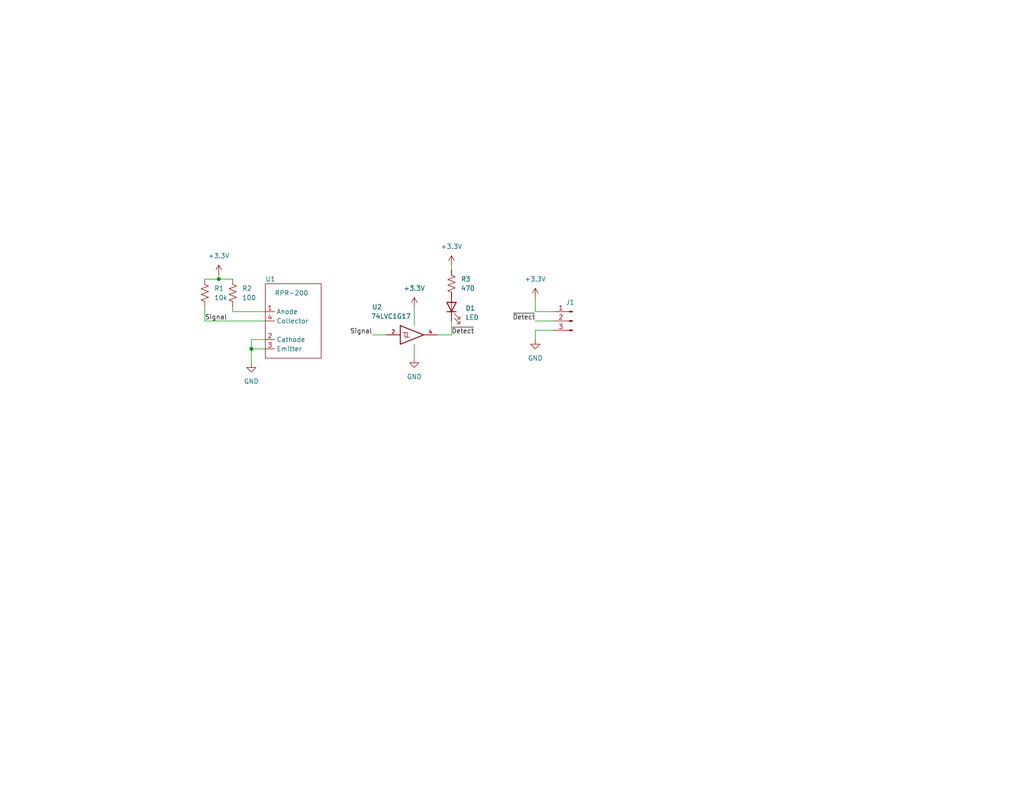
<source format=kicad_sch>
(kicad_sch (version 20211123) (generator eeschema)

  (uuid 4302b2ff-f9b1-48cb-a38f-0c9911eaa1dd)

  (paper "A")

  (lib_symbols
    (symbol "74xGxx:74LVC1G17" (pin_names (offset 1.016)) (in_bom yes) (on_board yes)
      (property "Reference" "U" (id 0) (at -2.54 3.81 0)
        (effects (font (size 1.27 1.27)))
      )
      (property "Value" "74LVC1G17" (id 1) (at 0 -3.81 0)
        (effects (font (size 1.27 1.27)))
      )
      (property "Footprint" "" (id 2) (at 0 0 0)
        (effects (font (size 1.27 1.27)) hide)
      )
      (property "Datasheet" "http://www.ti.com/lit/sg/scyt129e/scyt129e.pdf" (id 3) (at 0 0 0)
        (effects (font (size 1.27 1.27)) hide)
      )
      (property "ki_keywords" "Single Gate Buff Schmitt LVC CMOS" (id 4) (at 0 0 0)
        (effects (font (size 1.27 1.27)) hide)
      )
      (property "ki_description" "Single Schmitt Buffer Gate, Low-Voltage CMOS" (id 5) (at 0 0 0)
        (effects (font (size 1.27 1.27)) hide)
      )
      (property "ki_fp_filters" "SOT* SG-*" (id 6) (at 0 0 0)
        (effects (font (size 1.27 1.27)) hide)
      )
      (symbol "74LVC1G17_0_1"
        (polyline
          (pts
            (xy -2.54 0.635)
            (xy -1.905 0.635)
            (xy -1.905 -0.635)
          )
          (stroke (width 0) (type default) (color 0 0 0 0))
          (fill (type none))
        )
        (polyline
          (pts
            (xy -3.81 2.54)
            (xy -3.81 -2.54)
            (xy 2.54 0)
            (xy -3.81 2.54)
          )
          (stroke (width 0.254) (type default) (color 0 0 0 0))
          (fill (type none))
        )
        (polyline
          (pts
            (xy -3.175 0.635)
            (xy -2.54 0.635)
            (xy -2.54 -0.635)
            (xy -1.27 -0.635)
          )
          (stroke (width 0) (type default) (color 0 0 0 0))
          (fill (type none))
        )
      )
      (symbol "74LVC1G17_1_1"
        (pin input line (at -7.62 0 0) (length 3.81)
          (name "~" (effects (font (size 1.016 1.016))))
          (number "2" (effects (font (size 1.016 1.016))))
        )
        (pin power_in line (at 0 -2.54 270) (length 0) hide
          (name "GND" (effects (font (size 1.016 1.016))))
          (number "3" (effects (font (size 1.016 1.016))))
        )
        (pin output line (at 6.35 0 180) (length 3.81)
          (name "~" (effects (font (size 1.016 1.016))))
          (number "4" (effects (font (size 1.016 1.016))))
        )
        (pin power_in line (at 0 2.54 90) (length 0) hide
          (name "VCC" (effects (font (size 1.016 1.016))))
          (number "5" (effects (font (size 1.016 1.016))))
        )
      )
    )
    (symbol "Connector:Conn_01x03_Male" (pin_names (offset 1.016) hide) (in_bom yes) (on_board yes)
      (property "Reference" "J" (id 0) (at 0 5.08 0)
        (effects (font (size 1.27 1.27)))
      )
      (property "Value" "Conn_01x03_Male" (id 1) (at 0 -5.08 0)
        (effects (font (size 1.27 1.27)))
      )
      (property "Footprint" "" (id 2) (at 0 0 0)
        (effects (font (size 1.27 1.27)) hide)
      )
      (property "Datasheet" "~" (id 3) (at 0 0 0)
        (effects (font (size 1.27 1.27)) hide)
      )
      (property "ki_keywords" "connector" (id 4) (at 0 0 0)
        (effects (font (size 1.27 1.27)) hide)
      )
      (property "ki_description" "Generic connector, single row, 01x03, script generated (kicad-library-utils/schlib/autogen/connector/)" (id 5) (at 0 0 0)
        (effects (font (size 1.27 1.27)) hide)
      )
      (property "ki_fp_filters" "Connector*:*_1x??_*" (id 6) (at 0 0 0)
        (effects (font (size 1.27 1.27)) hide)
      )
      (symbol "Conn_01x03_Male_1_1"
        (polyline
          (pts
            (xy 1.27 -2.54)
            (xy 0.8636 -2.54)
          )
          (stroke (width 0.1524) (type default) (color 0 0 0 0))
          (fill (type none))
        )
        (polyline
          (pts
            (xy 1.27 0)
            (xy 0.8636 0)
          )
          (stroke (width 0.1524) (type default) (color 0 0 0 0))
          (fill (type none))
        )
        (polyline
          (pts
            (xy 1.27 2.54)
            (xy 0.8636 2.54)
          )
          (stroke (width 0.1524) (type default) (color 0 0 0 0))
          (fill (type none))
        )
        (rectangle (start 0.8636 -2.413) (end 0 -2.667)
          (stroke (width 0.1524) (type default) (color 0 0 0 0))
          (fill (type outline))
        )
        (rectangle (start 0.8636 0.127) (end 0 -0.127)
          (stroke (width 0.1524) (type default) (color 0 0 0 0))
          (fill (type outline))
        )
        (rectangle (start 0.8636 2.667) (end 0 2.413)
          (stroke (width 0.1524) (type default) (color 0 0 0 0))
          (fill (type outline))
        )
        (pin passive line (at 5.08 2.54 180) (length 3.81)
          (name "Pin_1" (effects (font (size 1.27 1.27))))
          (number "1" (effects (font (size 1.27 1.27))))
        )
        (pin passive line (at 5.08 0 180) (length 3.81)
          (name "Pin_2" (effects (font (size 1.27 1.27))))
          (number "2" (effects (font (size 1.27 1.27))))
        )
        (pin passive line (at 5.08 -2.54 180) (length 3.81)
          (name "Pin_3" (effects (font (size 1.27 1.27))))
          (number "3" (effects (font (size 1.27 1.27))))
        )
      )
    )
    (symbol "Custom:RPR-200" (in_bom yes) (on_board yes)
      (property "Reference" "U" (id 0) (at 1.27 1.27 0)
        (effects (font (size 1.27 1.27)))
      )
      (property "Value" "RPR-200" (id 1) (at 7.62 -2.54 0)
        (effects (font (size 1.27 1.27)))
      )
      (property "Footprint" "Custom:RPR-200" (id 2) (at 10.16 1.27 0)
        (effects (font (size 1.27 1.27)) hide)
      )
      (property "Datasheet" "https://fscdn.rohm.com/en/products/databook/datasheet/opto/optical_sensor/photosensor/rpr-220.pdf" (id 3) (at 1.27 3.81 0)
        (effects (font (size 1.27 1.27)) hide)
      )
      (property "ki_keywords" "photoreflector, IR detector, touch, sensor" (id 4) (at 0 0 0)
        (effects (font (size 1.27 1.27)) hide)
      )
      (symbol "RPR-200_0_1"
        (rectangle (start 0 0) (end 15.24 -20.32)
          (stroke (width 0) (type default) (color 0 0 0 0))
          (fill (type none))
        )
      )
      (symbol "RPR-200_1_1"
        (pin power_in line (at 0 -7.62 0) (length 2.54)
          (name "Anode" (effects (font (size 1.27 1.27))))
          (number "1" (effects (font (size 1.27 1.27))))
        )
        (pin power_out line (at 0 -15.24 0) (length 2.54)
          (name "Cathode" (effects (font (size 1.27 1.27))))
          (number "2" (effects (font (size 1.27 1.27))))
        )
        (pin open_emitter line (at 0 -17.78 0) (length 2.54)
          (name "Emitter" (effects (font (size 1.27 1.27))))
          (number "3" (effects (font (size 1.27 1.27))))
        )
        (pin open_collector line (at 0 -10.16 0) (length 2.54)
          (name "Collector" (effects (font (size 1.27 1.27))))
          (number "4" (effects (font (size 1.27 1.27))))
        )
      )
    )
    (symbol "Device:LED" (pin_numbers hide) (pin_names (offset 1.016) hide) (in_bom yes) (on_board yes)
      (property "Reference" "D" (id 0) (at 0 2.54 0)
        (effects (font (size 1.27 1.27)))
      )
      (property "Value" "LED" (id 1) (at 0 -2.54 0)
        (effects (font (size 1.27 1.27)))
      )
      (property "Footprint" "" (id 2) (at 0 0 0)
        (effects (font (size 1.27 1.27)) hide)
      )
      (property "Datasheet" "~" (id 3) (at 0 0 0)
        (effects (font (size 1.27 1.27)) hide)
      )
      (property "ki_keywords" "LED diode" (id 4) (at 0 0 0)
        (effects (font (size 1.27 1.27)) hide)
      )
      (property "ki_description" "Light emitting diode" (id 5) (at 0 0 0)
        (effects (font (size 1.27 1.27)) hide)
      )
      (property "ki_fp_filters" "LED* LED_SMD:* LED_THT:*" (id 6) (at 0 0 0)
        (effects (font (size 1.27 1.27)) hide)
      )
      (symbol "LED_0_1"
        (polyline
          (pts
            (xy -1.27 -1.27)
            (xy -1.27 1.27)
          )
          (stroke (width 0.254) (type default) (color 0 0 0 0))
          (fill (type none))
        )
        (polyline
          (pts
            (xy -1.27 0)
            (xy 1.27 0)
          )
          (stroke (width 0) (type default) (color 0 0 0 0))
          (fill (type none))
        )
        (polyline
          (pts
            (xy 1.27 -1.27)
            (xy 1.27 1.27)
            (xy -1.27 0)
            (xy 1.27 -1.27)
          )
          (stroke (width 0.254) (type default) (color 0 0 0 0))
          (fill (type none))
        )
        (polyline
          (pts
            (xy -3.048 -0.762)
            (xy -4.572 -2.286)
            (xy -3.81 -2.286)
            (xy -4.572 -2.286)
            (xy -4.572 -1.524)
          )
          (stroke (width 0) (type default) (color 0 0 0 0))
          (fill (type none))
        )
        (polyline
          (pts
            (xy -1.778 -0.762)
            (xy -3.302 -2.286)
            (xy -2.54 -2.286)
            (xy -3.302 -2.286)
            (xy -3.302 -1.524)
          )
          (stroke (width 0) (type default) (color 0 0 0 0))
          (fill (type none))
        )
      )
      (symbol "LED_1_1"
        (pin passive line (at -3.81 0 0) (length 2.54)
          (name "K" (effects (font (size 1.27 1.27))))
          (number "1" (effects (font (size 1.27 1.27))))
        )
        (pin passive line (at 3.81 0 180) (length 2.54)
          (name "A" (effects (font (size 1.27 1.27))))
          (number "2" (effects (font (size 1.27 1.27))))
        )
      )
    )
    (symbol "Device:R_US" (pin_numbers hide) (pin_names (offset 0)) (in_bom yes) (on_board yes)
      (property "Reference" "R" (id 0) (at 2.54 0 90)
        (effects (font (size 1.27 1.27)))
      )
      (property "Value" "R_US" (id 1) (at -2.54 0 90)
        (effects (font (size 1.27 1.27)))
      )
      (property "Footprint" "" (id 2) (at 1.016 -0.254 90)
        (effects (font (size 1.27 1.27)) hide)
      )
      (property "Datasheet" "~" (id 3) (at 0 0 0)
        (effects (font (size 1.27 1.27)) hide)
      )
      (property "ki_keywords" "R res resistor" (id 4) (at 0 0 0)
        (effects (font (size 1.27 1.27)) hide)
      )
      (property "ki_description" "Resistor, US symbol" (id 5) (at 0 0 0)
        (effects (font (size 1.27 1.27)) hide)
      )
      (property "ki_fp_filters" "R_*" (id 6) (at 0 0 0)
        (effects (font (size 1.27 1.27)) hide)
      )
      (symbol "R_US_0_1"
        (polyline
          (pts
            (xy 0 -2.286)
            (xy 0 -2.54)
          )
          (stroke (width 0) (type default) (color 0 0 0 0))
          (fill (type none))
        )
        (polyline
          (pts
            (xy 0 2.286)
            (xy 0 2.54)
          )
          (stroke (width 0) (type default) (color 0 0 0 0))
          (fill (type none))
        )
        (polyline
          (pts
            (xy 0 -0.762)
            (xy 1.016 -1.143)
            (xy 0 -1.524)
            (xy -1.016 -1.905)
            (xy 0 -2.286)
          )
          (stroke (width 0) (type default) (color 0 0 0 0))
          (fill (type none))
        )
        (polyline
          (pts
            (xy 0 0.762)
            (xy 1.016 0.381)
            (xy 0 0)
            (xy -1.016 -0.381)
            (xy 0 -0.762)
          )
          (stroke (width 0) (type default) (color 0 0 0 0))
          (fill (type none))
        )
        (polyline
          (pts
            (xy 0 2.286)
            (xy 1.016 1.905)
            (xy 0 1.524)
            (xy -1.016 1.143)
            (xy 0 0.762)
          )
          (stroke (width 0) (type default) (color 0 0 0 0))
          (fill (type none))
        )
      )
      (symbol "R_US_1_1"
        (pin passive line (at 0 3.81 270) (length 1.27)
          (name "~" (effects (font (size 1.27 1.27))))
          (number "1" (effects (font (size 1.27 1.27))))
        )
        (pin passive line (at 0 -3.81 90) (length 1.27)
          (name "~" (effects (font (size 1.27 1.27))))
          (number "2" (effects (font (size 1.27 1.27))))
        )
      )
    )
    (symbol "power:+3.3V" (power) (pin_names (offset 0)) (in_bom yes) (on_board yes)
      (property "Reference" "#PWR" (id 0) (at 0 -3.81 0)
        (effects (font (size 1.27 1.27)) hide)
      )
      (property "Value" "+3.3V" (id 1) (at 0 3.556 0)
        (effects (font (size 1.27 1.27)))
      )
      (property "Footprint" "" (id 2) (at 0 0 0)
        (effects (font (size 1.27 1.27)) hide)
      )
      (property "Datasheet" "" (id 3) (at 0 0 0)
        (effects (font (size 1.27 1.27)) hide)
      )
      (property "ki_keywords" "power-flag" (id 4) (at 0 0 0)
        (effects (font (size 1.27 1.27)) hide)
      )
      (property "ki_description" "Power symbol creates a global label with name \"+3.3V\"" (id 5) (at 0 0 0)
        (effects (font (size 1.27 1.27)) hide)
      )
      (symbol "+3.3V_0_1"
        (polyline
          (pts
            (xy -0.762 1.27)
            (xy 0 2.54)
          )
          (stroke (width 0) (type default) (color 0 0 0 0))
          (fill (type none))
        )
        (polyline
          (pts
            (xy 0 0)
            (xy 0 2.54)
          )
          (stroke (width 0) (type default) (color 0 0 0 0))
          (fill (type none))
        )
        (polyline
          (pts
            (xy 0 2.54)
            (xy 0.762 1.27)
          )
          (stroke (width 0) (type default) (color 0 0 0 0))
          (fill (type none))
        )
      )
      (symbol "+3.3V_1_1"
        (pin power_in line (at 0 0 90) (length 0) hide
          (name "+3.3V" (effects (font (size 1.27 1.27))))
          (number "1" (effects (font (size 1.27 1.27))))
        )
      )
    )
    (symbol "power:GND" (power) (pin_names (offset 0)) (in_bom yes) (on_board yes)
      (property "Reference" "#PWR" (id 0) (at 0 -6.35 0)
        (effects (font (size 1.27 1.27)) hide)
      )
      (property "Value" "GND" (id 1) (at 0 -3.81 0)
        (effects (font (size 1.27 1.27)))
      )
      (property "Footprint" "" (id 2) (at 0 0 0)
        (effects (font (size 1.27 1.27)) hide)
      )
      (property "Datasheet" "" (id 3) (at 0 0 0)
        (effects (font (size 1.27 1.27)) hide)
      )
      (property "ki_keywords" "power-flag" (id 4) (at 0 0 0)
        (effects (font (size 1.27 1.27)) hide)
      )
      (property "ki_description" "Power symbol creates a global label with name \"GND\" , ground" (id 5) (at 0 0 0)
        (effects (font (size 1.27 1.27)) hide)
      )
      (symbol "GND_0_1"
        (polyline
          (pts
            (xy 0 0)
            (xy 0 -1.27)
            (xy 1.27 -1.27)
            (xy 0 -2.54)
            (xy -1.27 -1.27)
            (xy 0 -1.27)
          )
          (stroke (width 0) (type default) (color 0 0 0 0))
          (fill (type none))
        )
      )
      (symbol "GND_1_1"
        (pin power_in line (at 0 0 270) (length 0) hide
          (name "GND" (effects (font (size 1.27 1.27))))
          (number "1" (effects (font (size 1.27 1.27))))
        )
      )
    )
  )

  (junction (at 68.58 95.25) (diameter 0) (color 0 0 0 0)
    (uuid 0619f3e1-42a3-4c8b-ba1f-bdd8ebad66e6)
  )
  (junction (at 59.69 76.2) (diameter 0) (color 0 0 0 0)
    (uuid b073b466-7e27-4b5d-98ad-077b441a35bb)
  )

  (wire (pts (xy 146.05 81.28) (xy 146.05 85.09))
    (stroke (width 0) (type default) (color 0 0 0 0))
    (uuid 0791af48-6de4-4f62-9eb8-ea2a3d36b2be)
  )
  (wire (pts (xy 123.19 91.44) (xy 123.19 87.63))
    (stroke (width 0) (type default) (color 0 0 0 0))
    (uuid 091945d6-1368-479d-8355-f5a82e867f2b)
  )
  (wire (pts (xy 68.58 95.25) (xy 68.58 99.06))
    (stroke (width 0) (type default) (color 0 0 0 0))
    (uuid 0c78f3f9-3ecd-4fb6-b8a2-0bd81aa56082)
  )
  (wire (pts (xy 151.13 90.17) (xy 146.05 90.17))
    (stroke (width 0) (type default) (color 0 0 0 0))
    (uuid 18b3be9d-89bb-469a-aa9e-e686d9e73eb3)
  )
  (wire (pts (xy 72.39 87.63) (xy 55.88 87.63))
    (stroke (width 0) (type default) (color 0 0 0 0))
    (uuid 1ca67836-b023-4190-b976-6b5b775b8eb3)
  )
  (wire (pts (xy 101.6 91.44) (xy 105.41 91.44))
    (stroke (width 0) (type default) (color 0 0 0 0))
    (uuid 1f808b30-b006-4749-b384-9ca9b96355b8)
  )
  (wire (pts (xy 63.5 85.09) (xy 63.5 83.82))
    (stroke (width 0) (type default) (color 0 0 0 0))
    (uuid 208a2b8f-9867-4731-8c0e-eee5650e1ca2)
  )
  (wire (pts (xy 68.58 92.71) (xy 68.58 95.25))
    (stroke (width 0) (type default) (color 0 0 0 0))
    (uuid 297bdb1c-02a2-4534-ab29-fda7403e9aa4)
  )
  (wire (pts (xy 63.5 76.2) (xy 59.69 76.2))
    (stroke (width 0) (type default) (color 0 0 0 0))
    (uuid 4bd2d29e-00ef-470b-9f4f-ab6735c8040b)
  )
  (wire (pts (xy 113.03 93.98) (xy 113.03 97.79))
    (stroke (width 0) (type default) (color 0 0 0 0))
    (uuid 559a1160-d26a-4a67-8b70-cc1634c683a1)
  )
  (wire (pts (xy 55.88 76.2) (xy 59.69 76.2))
    (stroke (width 0) (type default) (color 0 0 0 0))
    (uuid 5e138a53-1908-436b-a4cf-54ff4d7d30a0)
  )
  (wire (pts (xy 59.69 76.2) (xy 59.69 74.93))
    (stroke (width 0) (type default) (color 0 0 0 0))
    (uuid 5f074458-6a72-4899-8786-de59f5844b21)
  )
  (wire (pts (xy 72.39 85.09) (xy 63.5 85.09))
    (stroke (width 0) (type default) (color 0 0 0 0))
    (uuid 60b20695-bc10-4d66-aacd-528881e607a9)
  )
  (wire (pts (xy 123.19 80.01) (xy 123.19 81.28))
    (stroke (width 0) (type default) (color 0 0 0 0))
    (uuid 60f11bd6-bb64-4b56-91ad-daee56f7a0e3)
  )
  (wire (pts (xy 113.03 83.82) (xy 113.03 88.9))
    (stroke (width 0) (type default) (color 0 0 0 0))
    (uuid 7d98e24e-6d27-4690-9633-0d9cc23b8036)
  )
  (wire (pts (xy 146.05 85.09) (xy 151.13 85.09))
    (stroke (width 0) (type default) (color 0 0 0 0))
    (uuid 7f369c7c-df82-451e-b240-fcdb7f6f703b)
  )
  (wire (pts (xy 72.39 92.71) (xy 68.58 92.71))
    (stroke (width 0) (type default) (color 0 0 0 0))
    (uuid 862d8958-b4d9-418c-b7e6-c99773a27cf6)
  )
  (wire (pts (xy 146.05 87.63) (xy 151.13 87.63))
    (stroke (width 0) (type default) (color 0 0 0 0))
    (uuid 8852e769-0ea0-4cd2-b60a-8426f1252421)
  )
  (wire (pts (xy 123.19 72.39) (xy 123.19 73.66))
    (stroke (width 0) (type default) (color 0 0 0 0))
    (uuid bb2e0b40-481c-403e-bd2e-43b33076ed72)
  )
  (wire (pts (xy 68.58 95.25) (xy 72.39 95.25))
    (stroke (width 0) (type default) (color 0 0 0 0))
    (uuid c6c0aa6b-8a64-4b72-8f78-77397938ee51)
  )
  (wire (pts (xy 119.38 91.44) (xy 123.19 91.44))
    (stroke (width 0) (type default) (color 0 0 0 0))
    (uuid e2fc36da-5721-42db-a26a-3a079b0b4c67)
  )
  (wire (pts (xy 146.05 90.17) (xy 146.05 92.71))
    (stroke (width 0) (type default) (color 0 0 0 0))
    (uuid e63808eb-bf1d-46e3-a763-30a3c9cce78c)
  )
  (wire (pts (xy 55.88 87.63) (xy 55.88 83.82))
    (stroke (width 0) (type default) (color 0 0 0 0))
    (uuid f4ee44f8-c7b3-4f2e-b23b-a6a33b785ae1)
  )

  (label "Signal" (at 55.88 87.63 0)
    (effects (font (size 1.27 1.27)) (justify left bottom))
    (uuid 0a59d87c-133d-47f9-81a9-0e6dd18553d1)
  )
  (label "~{Detect}" (at 123.19 91.44 0)
    (effects (font (size 1.27 1.27)) (justify left bottom))
    (uuid 508795e5-c977-447a-90ae-0ca95080cd63)
  )
  (label "~{Detect}" (at 146.05 87.63 180)
    (effects (font (size 1.27 1.27)) (justify right bottom))
    (uuid 7b364540-fef9-43f4-b56d-0c28f8945009)
  )
  (label "Signal" (at 101.6 91.44 180)
    (effects (font (size 1.27 1.27)) (justify right bottom))
    (uuid e2617c45-ba8a-4280-9321-096be420bd5a)
  )

  (symbol (lib_id "power:+3.3V") (at 146.05 81.28 0) (mirror y) (unit 1)
    (in_bom yes) (on_board yes) (fields_autoplaced)
    (uuid 0416fb2e-81b9-499f-9444-61cdda3d0207)
    (property "Reference" "#PWR0101" (id 0) (at 146.05 85.09 0)
      (effects (font (size 1.27 1.27)) hide)
    )
    (property "Value" "+3.3V" (id 1) (at 146.05 76.2 0))
    (property "Footprint" "" (id 2) (at 146.05 81.28 0)
      (effects (font (size 1.27 1.27)) hide)
    )
    (property "Datasheet" "" (id 3) (at 146.05 81.28 0)
      (effects (font (size 1.27 1.27)) hide)
    )
    (pin "1" (uuid fef1648d-152e-4399-8509-54439cdc7ce5))
  )

  (symbol (lib_id "Device:R_US") (at 55.88 80.01 0) (unit 1)
    (in_bom yes) (on_board yes) (fields_autoplaced)
    (uuid 0ccb0b9e-1ac5-49a6-9ec3-16df4227ecd1)
    (property "Reference" "R1" (id 0) (at 58.42 78.7399 0)
      (effects (font (size 1.27 1.27)) (justify left))
    )
    (property "Value" "10k" (id 1) (at 58.42 81.2799 0)
      (effects (font (size 1.27 1.27)) (justify left))
    )
    (property "Footprint" "Resistor_SMD:R_0603_1608Metric_Pad0.98x0.95mm_HandSolder" (id 2) (at 56.896 80.264 90)
      (effects (font (size 1.27 1.27)) hide)
    )
    (property "Datasheet" "~" (id 3) (at 55.88 80.01 0)
      (effects (font (size 1.27 1.27)) hide)
    )
    (pin "1" (uuid 0b5305a4-7344-42db-96be-2f3f2462da85))
    (pin "2" (uuid ea7410ca-0055-451b-818d-2817afa4c76f))
  )

  (symbol (lib_id "power:GND") (at 113.03 97.79 0) (mirror y) (unit 1)
    (in_bom yes) (on_board yes) (fields_autoplaced)
    (uuid 29c18a8a-8ccf-4edf-8287-507dc47d55d5)
    (property "Reference" "#PWR0105" (id 0) (at 113.03 104.14 0)
      (effects (font (size 1.27 1.27)) hide)
    )
    (property "Value" "GND" (id 1) (at 113.03 102.87 0))
    (property "Footprint" "" (id 2) (at 113.03 97.79 0)
      (effects (font (size 1.27 1.27)) hide)
    )
    (property "Datasheet" "" (id 3) (at 113.03 97.79 0)
      (effects (font (size 1.27 1.27)) hide)
    )
    (pin "1" (uuid d63d9925-b221-457a-bda2-f85936e9a3c7))
  )

  (symbol (lib_id "power:GND") (at 68.58 99.06 0) (unit 1)
    (in_bom yes) (on_board yes) (fields_autoplaced)
    (uuid 2b7724d4-1909-4f28-9d70-096508b3dc33)
    (property "Reference" "#PWR0102" (id 0) (at 68.58 105.41 0)
      (effects (font (size 1.27 1.27)) hide)
    )
    (property "Value" "GND" (id 1) (at 68.58 104.14 0))
    (property "Footprint" "" (id 2) (at 68.58 99.06 0)
      (effects (font (size 1.27 1.27)) hide)
    )
    (property "Datasheet" "" (id 3) (at 68.58 99.06 0)
      (effects (font (size 1.27 1.27)) hide)
    )
    (pin "1" (uuid 2fdbffdd-ce63-4432-ae78-cd95edee587f))
  )

  (symbol (lib_id "74xGxx:74LVC1G17") (at 113.03 91.44 0) (unit 1)
    (in_bom yes) (on_board yes)
    (uuid 6403b3fe-59b5-4fe8-b252-2a7031d84d19)
    (property "Reference" "U2" (id 0) (at 102.87 83.82 0))
    (property "Value" "74LVC1G17" (id 1) (at 106.68 86.36 0))
    (property "Footprint" "Package_TO_SOT_SMD:SOT-23-5" (id 2) (at 113.03 91.44 0)
      (effects (font (size 1.27 1.27)) hide)
    )
    (property "Datasheet" "http://www.ti.com/lit/sg/scyt129e/scyt129e.pdf" (id 3) (at 113.03 91.44 0)
      (effects (font (size 1.27 1.27)) hide)
    )
    (pin "2" (uuid 89beb35a-1cbb-4d5f-aea5-dc09f5acb9e1))
    (pin "3" (uuid 27192fdf-c62a-45c9-a3b5-701936f72388))
    (pin "4" (uuid 9b1aa1df-6e86-4cfe-b8ba-92195fac8455))
    (pin "5" (uuid 12f4f21d-e480-496b-bcb7-f420919f6b67))
  )

  (symbol (lib_id "power:GND") (at 146.05 92.71 0) (mirror y) (unit 1)
    (in_bom yes) (on_board yes) (fields_autoplaced)
    (uuid 784a5b80-155e-4f10-ba42-e6f4b88d91bf)
    (property "Reference" "#PWR0107" (id 0) (at 146.05 99.06 0)
      (effects (font (size 1.27 1.27)) hide)
    )
    (property "Value" "GND" (id 1) (at 146.05 97.79 0))
    (property "Footprint" "" (id 2) (at 146.05 92.71 0)
      (effects (font (size 1.27 1.27)) hide)
    )
    (property "Datasheet" "" (id 3) (at 146.05 92.71 0)
      (effects (font (size 1.27 1.27)) hide)
    )
    (pin "1" (uuid 5049a54c-ac66-4510-aefd-fcb741ebb6fa))
  )

  (symbol (lib_id "power:+3.3V") (at 123.19 72.39 0) (mirror y) (unit 1)
    (in_bom yes) (on_board yes) (fields_autoplaced)
    (uuid 918ffcb2-8607-43f9-90ff-5acb504e36de)
    (property "Reference" "#PWR?" (id 0) (at 123.19 76.2 0)
      (effects (font (size 1.27 1.27)) hide)
    )
    (property "Value" "+3.3V" (id 1) (at 123.19 67.31 0))
    (property "Footprint" "" (id 2) (at 123.19 72.39 0)
      (effects (font (size 1.27 1.27)) hide)
    )
    (property "Datasheet" "" (id 3) (at 123.19 72.39 0)
      (effects (font (size 1.27 1.27)) hide)
    )
    (pin "1" (uuid 12567015-1c01-4b8a-b717-91b188deccdc))
  )

  (symbol (lib_id "Device:R_US") (at 63.5 80.01 0) (unit 1)
    (in_bom yes) (on_board yes) (fields_autoplaced)
    (uuid b40fb6be-bb65-4b28-9a4b-dde892b6cce2)
    (property "Reference" "R2" (id 0) (at 66.04 78.7399 0)
      (effects (font (size 1.27 1.27)) (justify left))
    )
    (property "Value" "100" (id 1) (at 66.04 81.2799 0)
      (effects (font (size 1.27 1.27)) (justify left))
    )
    (property "Footprint" "Resistor_SMD:R_0603_1608Metric_Pad0.98x0.95mm_HandSolder" (id 2) (at 64.516 80.264 90)
      (effects (font (size 1.27 1.27)) hide)
    )
    (property "Datasheet" "~" (id 3) (at 63.5 80.01 0)
      (effects (font (size 1.27 1.27)) hide)
    )
    (pin "1" (uuid a0bdf6c3-b91d-4076-8396-6914d76766fc))
    (pin "2" (uuid 06dcf977-38a3-4385-b1cd-aa6c1806cede))
  )

  (symbol (lib_id "Connector:Conn_01x03_Male") (at 156.21 87.63 0) (mirror y) (unit 1)
    (in_bom yes) (on_board yes) (fields_autoplaced)
    (uuid bcd62ac4-aef0-4904-bce6-72d703b9ad7b)
    (property "Reference" "J1" (id 0) (at 155.575 82.55 0))
    (property "Value" "J1" (id 1) (at 155.575 82.55 0)
      (effects (font (size 1.27 1.27)) hide)
    )
    (property "Footprint" "Connector_PinHeader_2.54mm:PinHeader_1x03_P2.54mm_Horizontal" (id 2) (at 156.21 87.63 0)
      (effects (font (size 1.27 1.27)) hide)
    )
    (property "Datasheet" "~" (id 3) (at 156.21 87.63 0)
      (effects (font (size 1.27 1.27)) hide)
    )
    (pin "1" (uuid 13ce23e1-0d1f-40c3-99e8-52a4c859d2d5))
    (pin "2" (uuid 7d6ad5b0-0430-47a8-bb7c-a1f4ec299694))
    (pin "3" (uuid 94c34d55-8575-4785-b77a-7096c54b3b90))
  )

  (symbol (lib_id "power:+3.3V") (at 113.03 83.82 0) (mirror y) (unit 1)
    (in_bom yes) (on_board yes) (fields_autoplaced)
    (uuid bde98776-d74b-4903-b881-ceea667ac2d3)
    (property "Reference" "#PWR0106" (id 0) (at 113.03 87.63 0)
      (effects (font (size 1.27 1.27)) hide)
    )
    (property "Value" "+3.3V" (id 1) (at 113.03 78.74 0))
    (property "Footprint" "" (id 2) (at 113.03 83.82 0)
      (effects (font (size 1.27 1.27)) hide)
    )
    (property "Datasheet" "" (id 3) (at 113.03 83.82 0)
      (effects (font (size 1.27 1.27)) hide)
    )
    (pin "1" (uuid 97e09017-4bce-473e-9f25-c38c660fe321))
  )

  (symbol (lib_id "Custom:RPR-200") (at 72.39 77.47 0) (unit 1)
    (in_bom yes) (on_board yes)
    (uuid be17ad3d-93a7-4b99-93e7-89f0769d0562)
    (property "Reference" "U1" (id 0) (at 72.39 76.2 0)
      (effects (font (size 1.27 1.27)) (justify left))
    )
    (property "Value" "RPR-200" (id 1) (at 74.93 80.01 0)
      (effects (font (size 1.27 1.27)) (justify left))
    )
    (property "Footprint" "Custom:RPR-200" (id 2) (at 72.39 77.47 0)
      (effects (font (size 1.27 1.27)) hide)
    )
    (property "Datasheet" "https://fscdn.rohm.com/en/products/databook/datasheet/opto/optical_sensor/photosensor/rpr-220.pdf" (id 3) (at 72.39 77.47 0)
      (effects (font (size 1.27 1.27)) hide)
    )
    (pin "1" (uuid 86877b57-3601-41bd-8753-2e8cb769d544))
    (pin "2" (uuid 413fa28d-e91e-4d16-8efb-419b453f2830))
    (pin "3" (uuid bc009066-1cf4-4ba0-a506-2ac2519a147d))
    (pin "4" (uuid e6bdf1f2-6fe5-4c15-9154-711b7b197db5))
  )

  (symbol (lib_id "power:+3.3V") (at 59.69 74.93 0) (unit 1)
    (in_bom yes) (on_board yes) (fields_autoplaced)
    (uuid bef472d0-d1e3-4353-a74f-9945e41977e4)
    (property "Reference" "#PWR0103" (id 0) (at 59.69 78.74 0)
      (effects (font (size 1.27 1.27)) hide)
    )
    (property "Value" "+3.3V" (id 1) (at 59.69 69.85 0))
    (property "Footprint" "" (id 2) (at 59.69 74.93 0)
      (effects (font (size 1.27 1.27)) hide)
    )
    (property "Datasheet" "" (id 3) (at 59.69 74.93 0)
      (effects (font (size 1.27 1.27)) hide)
    )
    (pin "1" (uuid 458e7bf5-6fdb-41c0-93d8-f8cb3ae85e5e))
  )

  (symbol (lib_id "Device:LED") (at 123.19 83.82 90) (unit 1)
    (in_bom yes) (on_board yes) (fields_autoplaced)
    (uuid e2678169-775d-4a81-a283-5dac4adba8cb)
    (property "Reference" "D1" (id 0) (at 127 84.1374 90)
      (effects (font (size 1.27 1.27)) (justify right))
    )
    (property "Value" "LED" (id 1) (at 127 86.6774 90)
      (effects (font (size 1.27 1.27)) (justify right))
    )
    (property "Footprint" "LED_SMD:LED_0603_1608Metric_Pad1.05x0.95mm_HandSolder" (id 2) (at 123.19 83.82 0)
      (effects (font (size 1.27 1.27)) hide)
    )
    (property "Datasheet" "~" (id 3) (at 123.19 83.82 0)
      (effects (font (size 1.27 1.27)) hide)
    )
    (pin "1" (uuid 300e9e9d-11c5-4909-a80e-ee48ed6f6a36))
    (pin "2" (uuid dd04d3f9-9db9-4f13-ad62-3f084d7ef898))
  )

  (symbol (lib_id "Device:R_US") (at 123.19 77.47 0) (unit 1)
    (in_bom yes) (on_board yes) (fields_autoplaced)
    (uuid f5c72c1d-e251-46e9-bade-d149a9a4ad8a)
    (property "Reference" "R3" (id 0) (at 125.73 76.1999 0)
      (effects (font (size 1.27 1.27)) (justify left))
    )
    (property "Value" "470" (id 1) (at 125.73 78.7399 0)
      (effects (font (size 1.27 1.27)) (justify left))
    )
    (property "Footprint" "Resistor_SMD:R_0603_1608Metric_Pad0.98x0.95mm_HandSolder" (id 2) (at 124.206 77.724 90)
      (effects (font (size 1.27 1.27)) hide)
    )
    (property "Datasheet" "~" (id 3) (at 123.19 77.47 0)
      (effects (font (size 1.27 1.27)) hide)
    )
    (pin "1" (uuid 8c9addb0-a9cc-44a3-88e1-3d7a4493a0cf))
    (pin "2" (uuid a9ef2e1f-f289-4928-8bbd-39b9ee75dc42))
  )

  (sheet_instances
    (path "/" (page "1"))
  )

  (symbol_instances
    (path "/0416fb2e-81b9-499f-9444-61cdda3d0207"
      (reference "#PWR0101") (unit 1) (value "+3.3V") (footprint "")
    )
    (path "/2b7724d4-1909-4f28-9d70-096508b3dc33"
      (reference "#PWR0102") (unit 1) (value "GND") (footprint "")
    )
    (path "/bef472d0-d1e3-4353-a74f-9945e41977e4"
      (reference "#PWR0103") (unit 1) (value "+3.3V") (footprint "")
    )
    (path "/29c18a8a-8ccf-4edf-8287-507dc47d55d5"
      (reference "#PWR0105") (unit 1) (value "GND") (footprint "")
    )
    (path "/bde98776-d74b-4903-b881-ceea667ac2d3"
      (reference "#PWR0106") (unit 1) (value "+3.3V") (footprint "")
    )
    (path "/784a5b80-155e-4f10-ba42-e6f4b88d91bf"
      (reference "#PWR0107") (unit 1) (value "GND") (footprint "")
    )
    (path "/918ffcb2-8607-43f9-90ff-5acb504e36de"
      (reference "#PWR?") (unit 1) (value "+3.3V") (footprint "")
    )
    (path "/e2678169-775d-4a81-a283-5dac4adba8cb"
      (reference "D1") (unit 1) (value "LED") (footprint "LED_SMD:LED_0603_1608Metric_Pad1.05x0.95mm_HandSolder")
    )
    (path "/bcd62ac4-aef0-4904-bce6-72d703b9ad7b"
      (reference "J1") (unit 1) (value "J1") (footprint "Connector_PinHeader_2.54mm:PinHeader_1x03_P2.54mm_Horizontal")
    )
    (path "/0ccb0b9e-1ac5-49a6-9ec3-16df4227ecd1"
      (reference "R1") (unit 1) (value "10k") (footprint "Resistor_SMD:R_0603_1608Metric_Pad0.98x0.95mm_HandSolder")
    )
    (path "/b40fb6be-bb65-4b28-9a4b-dde892b6cce2"
      (reference "R2") (unit 1) (value "100") (footprint "Resistor_SMD:R_0603_1608Metric_Pad0.98x0.95mm_HandSolder")
    )
    (path "/f5c72c1d-e251-46e9-bade-d149a9a4ad8a"
      (reference "R3") (unit 1) (value "470") (footprint "Resistor_SMD:R_0603_1608Metric_Pad0.98x0.95mm_HandSolder")
    )
    (path "/be17ad3d-93a7-4b99-93e7-89f0769d0562"
      (reference "U1") (unit 1) (value "RPR-200") (footprint "Custom:RPR-200")
    )
    (path "/6403b3fe-59b5-4fe8-b252-2a7031d84d19"
      (reference "U2") (unit 1) (value "74LVC1G17") (footprint "Package_TO_SOT_SMD:SOT-23-5")
    )
  )
)

</source>
